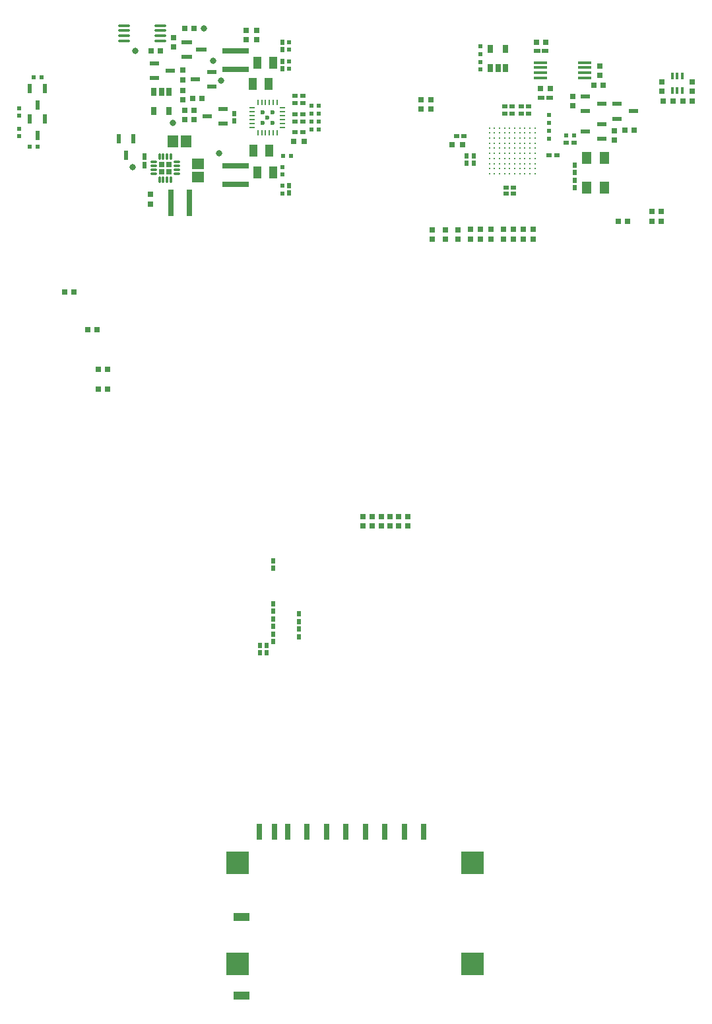
<source format=gbp>
%FSLAX43Y43*%
%MOMM*%
G71*
G01*
G75*
G04 Layer_Color=128*
%ADD10C,0.175*%
%ADD11C,0.175*%
%ADD12R,0.700X0.700*%
%ADD13R,1.600X1.300*%
%ADD14R,1.000X2.250*%
%ADD15R,2.800X1.400*%
%ADD16R,0.650X0.800*%
%ADD17R,0.800X0.650*%
%ADD18R,0.600X0.550*%
%ADD19R,1.092X1.600*%
%ADD20R,0.700X0.700*%
%ADD21R,0.950X1.000*%
%ADD22R,0.600X0.900*%
%ADD23R,0.762X0.762*%
%ADD24R,0.900X0.600*%
%ADD25R,0.762X0.762*%
%ADD26R,0.500X0.600*%
%ADD27R,1.600X1.092*%
%ADD28R,1.500X1.350*%
%ADD29R,1.350X1.500*%
%ADD30R,2.200X1.500*%
%ADD31R,1.500X2.400*%
%ADD32R,0.650X0.500*%
%ADD33R,0.550X0.600*%
%ADD34R,1.100X1.000*%
%ADD35R,1.100X0.600*%
%ADD36R,0.500X0.650*%
%ADD37R,1.200X1.200*%
%ADD38R,1.200X1.200*%
%ADD39R,0.400X1.350*%
%ADD40R,0.950X1.750*%
%ADD41R,2.500X4.600*%
%ADD42R,2.200X0.600*%
%ADD43R,0.300X1.700*%
%ADD44O,0.300X1.700*%
%ADD45O,1.700X0.300*%
%ADD46R,1.300X1.400*%
%ADD47R,0.850X0.300*%
%ADD48R,3.400X3.400*%
%ADD49R,0.500X0.230*%
%ADD50R,0.230X0.500*%
%ADD51C,0.320*%
%ADD52R,4.100X3.500*%
%ADD53R,0.600X1.100*%
%ADD54R,2.500X1.700*%
%ADD55R,0.350X0.675*%
%ADD56R,0.700X0.300*%
%ADD57R,1.400X1.600*%
%ADD58O,0.200X0.700*%
%ADD59O,0.700X0.200*%
%ADD60R,2.800X2.800*%
%ADD61R,1.300X1.600*%
%ADD62R,1.000X1.600*%
%ADD63R,3.000X2.500*%
%ADD64R,1.200X2.000*%
%ADD65R,2.000X4.900*%
%ADD66R,0.810X4.600*%
%ADD67R,0.610X4.600*%
%ADD68R,1.100X0.300*%
%ADD69R,3.100X2.300*%
%ADD70R,0.430X4.700*%
%ADD71R,0.430X2.540*%
%ADD72R,2.270X0.280*%
%ADD73R,3.200X1.270*%
%ADD74R,3.683X1.270*%
%ADD75R,0.740X2.790*%
%ADD76C,0.300*%
%ADD77C,0.180*%
%ADD78C,0.200*%
%ADD79C,0.165*%
%ADD80C,0.150*%
%ADD81C,0.185*%
%ADD82C,0.127*%
%ADD83R,0.300X0.900*%
%ADD84R,1.800X1.900*%
%ADD85C,1.700*%
%ADD86R,1.700X1.700*%
%ADD87C,3.600*%
G04:AMPARAMS|DCode=88|XSize=2.1mm|YSize=1.9mm|CornerRadius=0.494mm|HoleSize=0mm|Usage=FLASHONLY|Rotation=0.000|XOffset=0mm|YOffset=0mm|HoleType=Round|Shape=RoundedRectangle|*
%AMROUNDEDRECTD88*
21,1,2.100,0.912,0,0,0.0*
21,1,1.112,1.900,0,0,0.0*
1,1,0.988,0.556,-0.456*
1,1,0.988,-0.556,-0.456*
1,1,0.988,-0.556,0.456*
1,1,0.988,0.556,0.456*
%
%ADD88ROUNDEDRECTD88*%
G04:AMPARAMS|DCode=89|XSize=1.05mm|YSize=1.25mm|CornerRadius=0.525mm|HoleSize=0mm|Usage=FLASHONLY|Rotation=180.000|XOffset=0mm|YOffset=0mm|HoleType=Round|Shape=RoundedRectangle|*
%AMROUNDEDRECTD89*
21,1,1.050,0.200,0,0,180.0*
21,1,0.000,1.250,0,0,180.0*
1,1,1.050,0.000,0.100*
1,1,1.050,0.000,0.100*
1,1,1.050,0.000,-0.100*
1,1,1.050,0.000,-0.100*
%
%ADD89ROUNDEDRECTD89*%
%ADD90R,1.700X1.700*%
%ADD91C,1.500*%
%ADD92R,2.200X4.500*%
%ADD93R,5.000X2.200*%
%ADD94R,5.000X2.400*%
%ADD95C,1.020*%
%ADD96C,1.000*%
%ADD97C,0.550*%
%ADD98C,0.400*%
%ADD99C,0.700*%
%ADD100C,0.660*%
%ADD101C,1.016*%
%ADD102C,0.500*%
%ADD103C,1.600*%
%ADD104C,1.900*%
G04:AMPARAMS|DCode=105|XSize=2.524mm|YSize=2.524mm|CornerRadius=0mm|HoleSize=0mm|Usage=FLASHONLY|Rotation=0.000|XOffset=0mm|YOffset=0mm|HoleType=Round|Shape=Relief|Width=0.254mm|Gap=0.254mm|Entries=4|*
%AMTHD105*
7,0,0,2.524,2.016,0.254,45*
%
%ADD105THD105*%
%ADD106O,1.425X2.100*%
%ADD107O,1.250X1.450*%
%ADD108C,2.100*%
%ADD109C,3.600*%
%AMTHOVALD110*
21,1,1.700,2.824,0,0,270.0*
1,1,2.824,0.000,0.850*
1,1,2.824,0.000,-0.850*
21,0,1.700,2.316,0,0,270.0*
1,0,2.316,0.000,0.850*
1,0,2.316,0.000,-0.850*
4,0,4,-0.090,0.760,-1.088,1.759,-0.909,1.938,0.090,0.940,-0.090,0.760,0.0*
4,0,4,-0.090,-0.940,0.909,-1.938,1.088,-1.759,0.090,-0.760,-0.090,-0.940,0.0*
4,0,4,-0.090,0.940,0.909,1.938,1.088,1.759,0.090,0.760,-0.090,0.940,0.0*
4,0,4,-0.090,-0.760,-1.088,-1.759,-0.909,-1.938,0.090,-0.940,-0.090,-0.760,0.0*
%
%ADD110THOVALD110*%

%ADD111O,4.100X1.800*%
%AMTHOVALD112*
21,1,1.800,2.724,0,0,0.0*
1,1,2.724,-0.900,0.000*
1,1,2.724,0.900,0.000*
21,0,1.800,2.216,0,0,0.0*
1,0,2.216,-0.900,0.000*
1,0,2.216,0.900,0.000*
4,0,4,-0.810,-0.090,-1.773,-1.053,-1.953,-0.873,-0.990,0.090,-0.810,-0.090,0.0*
4,0,4,0.990,-0.090,1.953,0.873,1.773,1.053,0.810,0.090,0.990,-0.090,0.0*
4,0,4,-0.990,-0.090,-1.953,0.873,-1.773,1.053,-0.810,0.090,-0.990,-0.090,0.0*
4,0,4,0.810,-0.090,1.773,-1.053,1.953,-0.873,0.990,0.090,0.810,-0.090,0.0*
%
%ADD112THOVALD112*%

%ADD113C,1.620*%
%ADD114C,1.790*%
%ADD115C,0.850*%
%ADD116C,0.800*%
%ADD117C,0.930*%
%ADD118C,3.300*%
%ADD119O,1.900X3.600*%
%ADD120O,3.600X1.800*%
%ADD121C,0.950*%
%ADD122C,0.800*%
%ADD123C,1.270*%
%ADD124R,0.600X1.300*%
%ADD125R,1.300X0.600*%
%ADD126R,0.350X0.850*%
%ADD127R,1.700X0.350*%
%ADD128R,0.650X1.050*%
%ADD129C,0.280*%
%ADD130O,0.850X0.280*%
%ADD131O,0.280X0.850*%
%ADD132R,0.230X0.700*%
%ADD133R,0.700X0.230*%
%ADD134R,2.700X2.700*%
%ADD135O,1.524X0.381*%
%ADD136R,3.000X3.000*%
%ADD137R,0.800X2.000*%
%ADD138R,2.000X1.100*%
%ADD139R,0.980X3.700*%
%ADD140R,3.700X0.980*%
%ADD141R,1.400X0.600*%
%ADD142C,0.125*%
%ADD143R,1.507X0.242*%
%ADD144R,1.490X0.201*%
%ADD145R,0.312X0.829*%
%ADD146C,0.254*%
%ADD147C,0.250*%
%ADD148C,0.600*%
%ADD149C,1.000*%
%ADD150C,0.100*%
%ADD151C,0.112*%
%ADD152R,2.100X2.100*%
%ADD153R,2.100X2.100*%
%ADD154C,0.264*%
%ADD155R,1.750X1.750*%
%ADD156R,0.870X0.870*%
%ADD157R,1.125X1.550*%
%ADD158R,1.700X1.700*%
%ADD159R,0.000X0.000*%
%ADD160R,1.350X1.550*%
%ADD161R,1.300X1.400*%
%ADD162R,0.510X0.900*%
%ADD163R,0.850X1.950*%
%ADD164R,0.800X0.800*%
%ADD165R,1.700X1.400*%
%ADD166R,1.100X2.350*%
%ADD167R,2.900X1.500*%
%ADD168R,0.750X0.900*%
%ADD169R,0.900X0.750*%
%ADD170R,0.700X0.650*%
%ADD171R,1.192X1.700*%
%ADD172R,0.800X0.800*%
%ADD173R,1.050X1.100*%
%ADD174R,0.700X1.000*%
%ADD175R,0.862X0.862*%
%ADD176R,1.000X0.700*%
%ADD177R,0.862X0.862*%
%ADD178R,0.600X0.700*%
%ADD179R,1.700X1.192*%
%ADD180R,1.600X1.450*%
%ADD181R,1.450X1.600*%
%ADD182R,2.300X1.600*%
%ADD183R,1.600X2.500*%
%ADD184R,0.750X0.600*%
%ADD185R,0.650X0.700*%
%ADD186R,1.200X1.100*%
%ADD187R,1.200X0.700*%
%ADD188R,0.600X0.750*%
%ADD189R,1.300X1.300*%
%ADD190R,1.300X1.300*%
%ADD191R,0.500X1.450*%
%ADD192R,1.050X1.850*%
%ADD193R,2.600X4.700*%
%ADD194R,2.300X0.700*%
%ADD195R,0.400X1.800*%
%ADD196O,0.400X1.800*%
%ADD197O,1.800X0.400*%
%ADD198R,1.400X1.500*%
%ADD199R,0.950X0.400*%
%ADD200R,3.500X3.500*%
%ADD201R,0.600X0.330*%
%ADD202R,0.330X0.600*%
%ADD203C,0.470*%
%ADD204R,4.200X3.600*%
%ADD205R,0.700X1.200*%
%ADD206R,2.600X1.800*%
%ADD207R,0.450X0.775*%
%ADD208R,0.850X0.450*%
%ADD209R,1.550X1.750*%
%ADD210O,0.300X0.800*%
%ADD211O,0.800X0.300*%
%ADD212R,2.900X2.900*%
%ADD213R,1.400X1.700*%
%ADD214R,1.100X1.700*%
%ADD215R,3.100X2.600*%
%ADD216R,1.300X2.100*%
%ADD217R,2.100X5.000*%
%ADD218R,0.910X4.700*%
%ADD219R,0.710X4.700*%
%ADD220R,1.200X0.400*%
%ADD221R,3.200X2.400*%
%ADD222R,0.530X4.800*%
%ADD223R,0.530X2.640*%
%ADD224R,2.370X0.380*%
%ADD225R,3.300X1.370*%
%ADD226R,3.783X1.370*%
%ADD227R,0.840X2.890*%
%ADD228R,1.900X2.000*%
%ADD229C,1.800*%
%ADD230R,1.800X1.800*%
%ADD231C,3.700*%
%ADD232C,0.100*%
G04:AMPARAMS|DCode=233|XSize=2.2mm|YSize=2mm|CornerRadius=0.544mm|HoleSize=0mm|Usage=FLASHONLY|Rotation=0.000|XOffset=0mm|YOffset=0mm|HoleType=Round|Shape=RoundedRectangle|*
%AMROUNDEDRECTD233*
21,1,2.200,0.912,0,0,0.0*
21,1,1.112,2.000,0,0,0.0*
1,1,1.088,0.556,-0.456*
1,1,1.088,-0.556,-0.456*
1,1,1.088,-0.556,0.456*
1,1,1.088,0.556,0.456*
%
%ADD233ROUNDEDRECTD233*%
G04:AMPARAMS|DCode=234|XSize=1.15mm|YSize=1.35mm|CornerRadius=0.575mm|HoleSize=0mm|Usage=FLASHONLY|Rotation=180.000|XOffset=0mm|YOffset=0mm|HoleType=Round|Shape=RoundedRectangle|*
%AMROUNDEDRECTD234*
21,1,1.150,0.200,0,0,180.0*
21,1,0.000,1.350,0,0,180.0*
1,1,1.150,0.000,0.100*
1,1,1.150,0.000,0.100*
1,1,1.150,0.000,-0.100*
1,1,1.150,0.000,-0.100*
%
%ADD234ROUNDEDRECTD234*%
%ADD235R,1.800X1.800*%
%ADD236R,0.100X0.100*%
%ADD237R,2.300X4.600*%
%ADD238R,5.100X2.300*%
%ADD239R,5.100X2.500*%
%ADD240C,1.120*%
%ADD241C,1.100*%
%ADD242C,0.650*%
%ADD243C,0.900*%
%ADD244C,1.370*%
%ADD245R,0.700X1.400*%
%ADD246R,1.400X0.700*%
%ADD247R,0.450X0.950*%
%ADD248R,1.800X0.450*%
%ADD249R,0.750X1.150*%
%ADD250C,0.380*%
%ADD251O,0.950X0.380*%
%ADD252O,0.380X0.950*%
%ADD253R,0.330X0.800*%
%ADD254R,0.800X0.330*%
%ADD255O,1.624X0.481*%
%ADD256R,3.400X3.400*%
%ADD257R,1.200X2.400*%
%ADD258R,2.400X1.500*%
%ADD259R,1.080X3.800*%
%ADD260R,3.800X1.080*%
%ADD261R,1.500X0.700*%
%ADD262C,0.600*%
%ADD263R,0.700X0.700*%
%ADD264R,0.730X3.450*%
%ADD265R,3.450X0.730*%
D16*
X-27631Y-27562D02*
D03*
Y-28762D02*
D03*
X-28956Y-27562D02*
D03*
Y-28762D02*
D03*
X-35131Y-27569D02*
D03*
Y-28769D02*
D03*
X-40600Y-64350D02*
D03*
Y-65550D02*
D03*
X-44028Y-65549D02*
D03*
Y-64349D02*
D03*
X-39478Y-64349D02*
D03*
Y-65549D02*
D03*
X-41728Y-65549D02*
D03*
Y-64349D02*
D03*
X-42878Y-64349D02*
D03*
Y-65549D02*
D03*
X-38328Y-64349D02*
D03*
Y-65549D02*
D03*
X-67150Y-10900D02*
D03*
Y-9700D02*
D03*
X-68375Y-2975D02*
D03*
Y-4175D02*
D03*
X-71300Y-24275D02*
D03*
Y-23075D02*
D03*
X-35325Y-10950D02*
D03*
Y-12150D02*
D03*
X-36600Y-12150D02*
D03*
Y-10950D02*
D03*
X-33481Y-27569D02*
D03*
Y-28769D02*
D03*
X-22191Y-28762D02*
D03*
Y-27562D02*
D03*
X-23466Y-28762D02*
D03*
Y-27562D02*
D03*
X-24741Y-28762D02*
D03*
Y-27562D02*
D03*
X-26016Y-28762D02*
D03*
Y-27562D02*
D03*
X-31881Y-28769D02*
D03*
Y-27569D02*
D03*
X-17100Y-10500D02*
D03*
Y-11700D02*
D03*
X-13675Y-6575D02*
D03*
Y-7775D02*
D03*
X-11800Y-14900D02*
D03*
Y-16100D02*
D03*
X-59075Y-2050D02*
D03*
Y-3250D02*
D03*
X-1800Y-8600D02*
D03*
Y-9800D02*
D03*
X-5700Y-9800D02*
D03*
Y-8600D02*
D03*
X-57700Y-3250D02*
D03*
Y-2050D02*
D03*
X-30281Y-28762D02*
D03*
Y-27562D02*
D03*
X-67150Y-8350D02*
D03*
Y-7150D02*
D03*
D17*
X-82359Y-35560D02*
D03*
X-81159D02*
D03*
X-78050Y-45494D02*
D03*
X-76850D02*
D03*
X-78050Y-48034D02*
D03*
X-76850D02*
D03*
X-71250Y-4675D02*
D03*
X-70050D02*
D03*
X-65750Y-1775D02*
D03*
X-66950D02*
D03*
X-65900Y-10725D02*
D03*
X-64700D02*
D03*
X-21250Y-9500D02*
D03*
X-20050D02*
D03*
X-21800Y-3525D02*
D03*
X-20600D02*
D03*
X-14400Y-9075D02*
D03*
X-13200D02*
D03*
X-5800Y-25200D02*
D03*
X-7000D02*
D03*
X-5800Y-26500D02*
D03*
X-7000D02*
D03*
X-10125D02*
D03*
X-11325D02*
D03*
X-9275Y-14850D02*
D03*
X-10475D02*
D03*
X-65725Y-12300D02*
D03*
X-66925D02*
D03*
X-66925Y-13475D02*
D03*
X-65725D02*
D03*
X-79377Y-40421D02*
D03*
X-78177D02*
D03*
X-5500Y-11100D02*
D03*
X-4300D02*
D03*
X-3000D02*
D03*
X-1800D02*
D03*
D18*
X-54325Y-18100D02*
D03*
X-53325D02*
D03*
X-86325Y-8025D02*
D03*
X-85325D02*
D03*
X-86825Y-16950D02*
D03*
X-85825D02*
D03*
X-16975Y-15525D02*
D03*
X-17975D02*
D03*
D19*
X-57600Y-6175D02*
D03*
X-55568D02*
D03*
X-57600Y-20225D02*
D03*
X-55568D02*
D03*
X-58175Y-8925D02*
D03*
X-56143D02*
D03*
X-58150Y-17425D02*
D03*
X-56118D02*
D03*
D20*
X-69875Y-19225D02*
D03*
X-68975Y-20125D02*
D03*
X-31250Y-16700D02*
D03*
X-32650D02*
D03*
D22*
X-72125Y-18225D02*
D03*
Y-19325D02*
D03*
D24*
X-21750Y-4650D02*
D03*
X-20650D02*
D03*
X-21200Y-10675D02*
D03*
X-20100D02*
D03*
D25*
X-52973Y-16225D02*
D03*
X-51576D02*
D03*
D28*
X-65200Y-19175D02*
D03*
Y-20825D02*
D03*
D29*
X-66775Y-16300D02*
D03*
X-68425D02*
D03*
D32*
X-51800Y-13681D02*
D03*
X-52750D02*
D03*
X-51800Y-12763D02*
D03*
X-52750D02*
D03*
X-51800Y-15100D02*
D03*
X-52750D02*
D03*
X-51800Y-11344D02*
D03*
X-52750D02*
D03*
X-51800Y-10425D02*
D03*
X-52750D02*
D03*
X-24775Y-22200D02*
D03*
X-25725D02*
D03*
X-19200Y-18000D02*
D03*
X-20150D02*
D03*
X-22800Y-12700D02*
D03*
X-23750D02*
D03*
X-22800Y-11800D02*
D03*
X-23750D02*
D03*
X-25850Y-12700D02*
D03*
X-24900D02*
D03*
X-25850Y-11800D02*
D03*
X-24900D02*
D03*
X-32025Y-15600D02*
D03*
X-31075D02*
D03*
X-17000Y-16425D02*
D03*
X-17950D02*
D03*
X-24775Y-22950D02*
D03*
X-25725D02*
D03*
D33*
X-50675Y-13731D02*
D03*
Y-14731D02*
D03*
X-49775D02*
D03*
Y-13731D02*
D03*
X-50675Y-12713D02*
D03*
Y-11713D02*
D03*
X-49775D02*
D03*
Y-12713D02*
D03*
X-53525Y-5975D02*
D03*
Y-6975D02*
D03*
X-53525Y-4525D02*
D03*
Y-3525D02*
D03*
X-54400Y-21950D02*
D03*
Y-22950D02*
D03*
X-28950Y-4075D02*
D03*
Y-5075D02*
D03*
X-28950Y-6075D02*
D03*
Y-7075D02*
D03*
X-20175Y-15900D02*
D03*
Y-14900D02*
D03*
Y-12900D02*
D03*
Y-13900D02*
D03*
X-54400Y-19525D02*
D03*
Y-20525D02*
D03*
X-88175Y-14625D02*
D03*
Y-15625D02*
D03*
Y-12000D02*
D03*
Y-13000D02*
D03*
D36*
X-55547Y-78425D02*
D03*
Y-77475D02*
D03*
X-56422Y-81775D02*
D03*
Y-80825D02*
D03*
X-57272Y-81775D02*
D03*
Y-80825D02*
D03*
X-54400Y-6950D02*
D03*
Y-6000D02*
D03*
X-54400Y-4500D02*
D03*
Y-3550D02*
D03*
X-53575Y-21950D02*
D03*
Y-22900D02*
D03*
X-60550Y-13625D02*
D03*
Y-12675D02*
D03*
X-30750Y-19075D02*
D03*
Y-18125D02*
D03*
X-29875Y-19075D02*
D03*
Y-18125D02*
D03*
X-16900Y-20275D02*
D03*
Y-19325D02*
D03*
Y-21225D02*
D03*
Y-22175D02*
D03*
X-55547Y-70025D02*
D03*
Y-70975D02*
D03*
Y-76475D02*
D03*
Y-75525D02*
D03*
Y-80375D02*
D03*
Y-79425D02*
D03*
X-52297Y-77775D02*
D03*
Y-76825D02*
D03*
Y-79725D02*
D03*
Y-78775D02*
D03*
D61*
X-13100Y-22150D02*
D03*
Y-18350D02*
D03*
X-15400D02*
D03*
Y-22150D02*
D03*
D122*
X-64450Y-1775D02*
D03*
X-68475Y-13875D02*
D03*
X-73300Y-4675D02*
D03*
X-62275Y-8500D02*
D03*
X-62550Y-17750D02*
D03*
X-73625Y-19525D02*
D03*
X-63275Y-5950D02*
D03*
D124*
X-85825Y-11600D02*
D03*
X-84875Y-9500D02*
D03*
X-86775D02*
D03*
X-74450Y-18025D02*
D03*
X-73500Y-15925D02*
D03*
X-75400D02*
D03*
X-85825Y-15475D02*
D03*
X-84875Y-13375D02*
D03*
X-86775D02*
D03*
D125*
X-65575Y-8287D02*
D03*
X-63475Y-9237D02*
D03*
Y-7337D02*
D03*
X-68750Y-7200D02*
D03*
X-70850Y-6250D02*
D03*
Y-8150D02*
D03*
X-11450Y-13350D02*
D03*
Y-11450D02*
D03*
X-9350Y-12400D02*
D03*
X-15550Y-12400D02*
D03*
Y-10500D02*
D03*
X-13450Y-11450D02*
D03*
Y-14050D02*
D03*
Y-15950D02*
D03*
X-15550Y-15000D02*
D03*
X-61975Y-14000D02*
D03*
Y-12100D02*
D03*
X-64075Y-13050D02*
D03*
D126*
X-4375Y-7875D02*
D03*
X-3725D02*
D03*
X-3075D02*
D03*
Y-9725D02*
D03*
X-3725D02*
D03*
X-4375D02*
D03*
D127*
X-21325Y-8100D02*
D03*
Y-7450D02*
D03*
Y-6800D02*
D03*
Y-6150D02*
D03*
X-15625Y-8100D02*
D03*
Y-7450D02*
D03*
Y-6800D02*
D03*
Y-6150D02*
D03*
D128*
X-25772Y-6875D02*
D03*
X-26725D02*
D03*
X-27678D02*
D03*
Y-4425D02*
D03*
X-25772D02*
D03*
X-68967Y-9900D02*
D03*
X-69920D02*
D03*
X-70873D02*
D03*
X-68967Y-12350D02*
D03*
X-70873D02*
D03*
D129*
X-27825Y-14550D02*
D03*
X-27175D02*
D03*
X-26525D02*
D03*
X-25875D02*
D03*
X-25225D02*
D03*
X-24575D02*
D03*
X-23925D02*
D03*
X-23275D02*
D03*
X-22625D02*
D03*
X-21975D02*
D03*
X-27825Y-15200D02*
D03*
X-27175D02*
D03*
X-26525D02*
D03*
X-25875D02*
D03*
X-25225D02*
D03*
X-24575D02*
D03*
X-23925D02*
D03*
X-23275D02*
D03*
X-22625D02*
D03*
X-21975D02*
D03*
X-27825Y-15850D02*
D03*
X-27175D02*
D03*
X-26525D02*
D03*
X-25875D02*
D03*
X-25225D02*
D03*
X-24575D02*
D03*
X-23925D02*
D03*
X-23275D02*
D03*
X-22625D02*
D03*
X-27825Y-16500D02*
D03*
X-27175D02*
D03*
X-26525D02*
D03*
X-25875D02*
D03*
X-25225D02*
D03*
X-24575D02*
D03*
X-23925D02*
D03*
X-23275D02*
D03*
X-22625D02*
D03*
X-27825Y-17150D02*
D03*
X-27175D02*
D03*
X-26525D02*
D03*
X-25875D02*
D03*
X-25225D02*
D03*
X-24575D02*
D03*
X-23925D02*
D03*
X-23275D02*
D03*
X-22625D02*
D03*
X-27825Y-18450D02*
D03*
X-27175D02*
D03*
X-26525D02*
D03*
X-25875D02*
D03*
X-25225D02*
D03*
X-24575D02*
D03*
X-23925D02*
D03*
X-23275D02*
D03*
X-22625D02*
D03*
X-27825Y-19100D02*
D03*
X-27175D02*
D03*
X-26525D02*
D03*
X-25875D02*
D03*
X-25225D02*
D03*
X-24575D02*
D03*
X-23925D02*
D03*
X-23275D02*
D03*
X-22625D02*
D03*
X-27825Y-19750D02*
D03*
X-27175D02*
D03*
X-26525D02*
D03*
X-25875D02*
D03*
X-25225D02*
D03*
X-24575D02*
D03*
X-23925D02*
D03*
X-23275D02*
D03*
X-22625D02*
D03*
X-27825Y-20400D02*
D03*
X-27175D02*
D03*
X-26525D02*
D03*
X-25875D02*
D03*
X-25225D02*
D03*
X-24575D02*
D03*
X-23925D02*
D03*
X-23275D02*
D03*
X-22625D02*
D03*
X-27825Y-17800D02*
D03*
X-27175D02*
D03*
X-26525D02*
D03*
X-25875D02*
D03*
X-25225D02*
D03*
X-24575D02*
D03*
X-23925D02*
D03*
X-23275D02*
D03*
X-22625D02*
D03*
X-21975D02*
D03*
Y-15850D02*
D03*
Y-16500D02*
D03*
Y-17150D02*
D03*
Y-18450D02*
D03*
Y-19100D02*
D03*
Y-19750D02*
D03*
Y-20400D02*
D03*
D130*
X-67950Y-20425D02*
D03*
Y-19925D02*
D03*
Y-19425D02*
D03*
Y-18925D02*
D03*
X-70900D02*
D03*
Y-19425D02*
D03*
Y-19925D02*
D03*
Y-20425D02*
D03*
D131*
X-68675Y-18200D02*
D03*
X-69175D02*
D03*
X-69675D02*
D03*
X-70175D02*
D03*
Y-21150D02*
D03*
X-69675D02*
D03*
X-69175D02*
D03*
X-68675D02*
D03*
D132*
X-55050Y-15150D02*
D03*
X-55550D02*
D03*
X-56050D02*
D03*
X-56550D02*
D03*
X-57050D02*
D03*
X-57550D02*
D03*
Y-11250D02*
D03*
X-57050D02*
D03*
X-56550D02*
D03*
X-56050D02*
D03*
X-55550D02*
D03*
X-55050D02*
D03*
D133*
X-58250Y-14450D02*
D03*
Y-13950D02*
D03*
Y-13450D02*
D03*
Y-12950D02*
D03*
Y-12450D02*
D03*
Y-11950D02*
D03*
X-54350D02*
D03*
Y-12450D02*
D03*
Y-12950D02*
D03*
Y-13450D02*
D03*
Y-13950D02*
D03*
Y-14450D02*
D03*
D135*
X-70063Y-3375D02*
D03*
Y-2725D02*
D03*
Y-2075D02*
D03*
Y-1425D02*
D03*
X-74687Y-1425D02*
D03*
Y-2075D02*
D03*
Y-2725D02*
D03*
Y-3375D02*
D03*
D136*
X-29978Y-121700D02*
D03*
Y-108700D02*
D03*
X-60127D02*
D03*
Y-121700D02*
D03*
D137*
X-38748Y-104700D02*
D03*
X-41248D02*
D03*
X-43748D02*
D03*
X-46248D02*
D03*
X-48748D02*
D03*
X-51248D02*
D03*
X-53678D02*
D03*
X-55377D02*
D03*
X-36248D02*
D03*
X-57377D02*
D03*
D138*
X-59627Y-115650D02*
D03*
Y-125700D02*
D03*
D141*
X-66700Y-3525D02*
D03*
Y-5425D02*
D03*
X-64800Y-4475D02*
D03*
D262*
X-56950Y-13850D02*
D03*
Y-12550D02*
D03*
X-55650Y-13850D02*
D03*
Y-12550D02*
D03*
X-56300Y-13200D02*
D03*
D263*
X-69875Y-20125D02*
D03*
X-68975Y-19225D02*
D03*
D264*
X-66315Y-24125D02*
D03*
X-68685D02*
D03*
D265*
X-60425Y-21760D02*
D03*
Y-19390D02*
D03*
Y-4665D02*
D03*
Y-7035D02*
D03*
M02*

</source>
